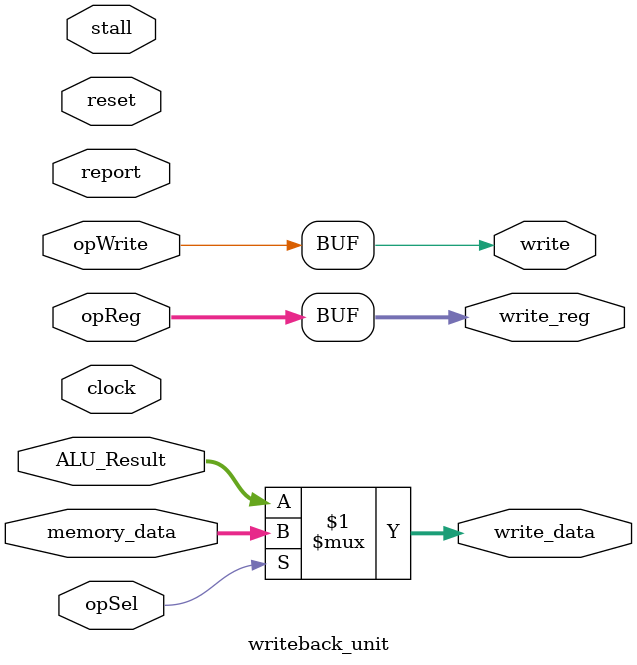
<source format=v>
/** @module : writeback
 *  @author : Adaptive & Secure Computing Systems (ASCS) Laboratory
 
 *  Copyright (c) 2018 BRISC-V (ASCS/ECE/BU)
 *  Permission is hereby granted, free of charge, to any person obtaining a copy
 *  of this software and associated documentation files (the "Software"), to deal
 *  in the Software without restriction, including without limitation the rights
 *  to use, copy, modify, merge, publish, distribute, sublicense, and/or sell
 *  copies of the Software, and to permit persons to whom the Software is
 *  furnished to do so, subject to the following conditions:
 *  The above copyright notice and this permission notice shall be included in
 *  all copies or substantial portions of the Software.

 *  THE SOFTWARE IS PROVIDED "AS IS", WITHOUT WARRANTY OF ANY KIND, EXPRESS OR
 *  IMPLIED, INCLUDING BUT NOT LIMITED TO THE WARRANTIES OF MERCHANTABILITY,
 *  FITNESS FOR A PARTICULAR PURPOSE AND NONINFRINGEMENT. IN NO EVENT SHALL THE
 *  AUTHORS OR COPYRIGHT HOLDERS BE LIABLE FOR ANY CLAIM, DAMAGES OR OTHER
 *  LIABILITY, WHETHER IN AN ACTION OF CONTRACT, TORT OR OTHERWISE, ARISING FROM,
 *  OUT OF OR IN CONNECTION WITH THE SOFTWARE OR THE USE OR OTHER DEALINGS IN
 *  THE SOFTWARE.
 */
 module writeback_unit #(parameter  CORE = 0, DATA_WIDTH = 32,
                            PRINT_CYCLES_MIN = 1, PRINT_CYCLES_MAX = 1000) (
      clock, reset,
      stall,
      opWrite,
      opSel, 
      opReg, 
      ALU_Result, 
      memory_data, 
      write, write_reg, write_data, 
      report
); 
 
input  clock; 
input  reset; 
input  stall;

input  opWrite; 
input  opSel; 
input  [4:0]  opReg;
input  [DATA_WIDTH-1:0] ALU_Result;
input  [DATA_WIDTH-1:0] memory_data; 

output  write;
output  [4:0]  write_reg;
output  [DATA_WIDTH-1:0] write_data;

input report; 

//assign write_data = stall? ALU_Result : opSel? memory_data : ALU_Result; 
assign write_data = opSel? memory_data : ALU_Result; 
assign write_reg  = opReg; 
//assign write      = stall? 1'b0 : opWrite; 
assign write      = opWrite; 

reg [31: 0] cycles; 
always @ (posedge clock) begin 
    cycles <= reset? 0 : cycles + 1; 
    //if (report & ((cycles >=  PRINT_CYCLES_MIN) & (cycles < PRINT_CYCLES_MAX +1)))begin
    if (report)begin
        $display ("------ Core %d Writeback Unit - Current Cycle %d ----", CORE, cycles); 
        $display ("| opSel       [%b]", opSel);
        $display ("| opReg       [%b]", opReg);
        $display ("| ALU_Result  [%d]", ALU_Result);
        $display ("| Memory_data [%d]", memory_data);
        $display ("| write       [%b]", write);
        $display ("| write_reg   [%d]", write_reg);
        $display ("| write_data  [%d]", write_data);
        $display ("----------------------------------------------------------------------");
    end
end

endmodule

 

</source>
